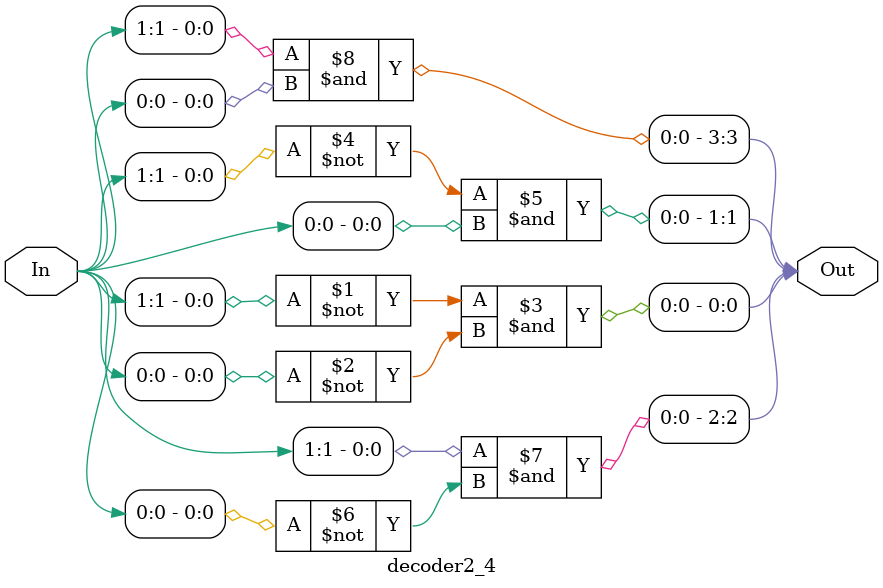
<source format=v>
module decoder2_4(Out, In);
  input [1:0] In;
  output  [3:0] Out;
  assign  Out[0] = (~In[1] & ~In[0]),
          Out[1] = (~In[1] & In[0]),
          Out[2] = (In[1] & ~In[0]),
          Out[3] = (In[1] & In[0]);
endmodule


</source>
